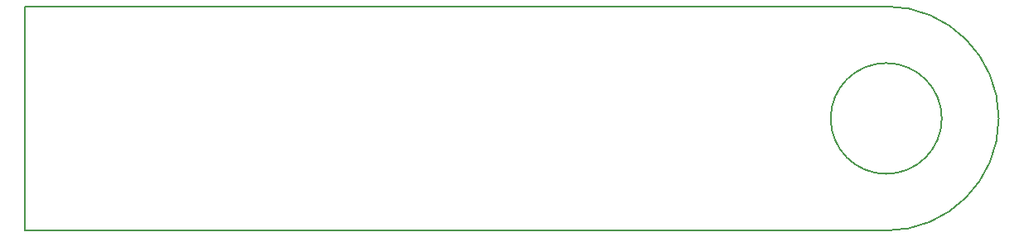
<source format=gbr>
G04 #@! TF.GenerationSoftware,KiCad,Pcbnew,7.0.1*
G04 #@! TF.CreationDate,2023-05-15T13:56:14-06:00*
G04 #@! TF.ProjectId,H-field_RF_probe,482d6669-656c-4645-9f52-465f70726f62,rev?*
G04 #@! TF.SameCoordinates,Original*
G04 #@! TF.FileFunction,Profile,NP*
%FSLAX46Y46*%
G04 Gerber Fmt 4.6, Leading zero omitted, Abs format (unit mm)*
G04 Created by KiCad (PCBNEW 7.0.1) date 2023-05-15 13:56:14*
%MOMM*%
%LPD*%
G01*
G04 APERTURE LIST*
G04 #@! TA.AperFunction,Profile*
%ADD10C,0.150000*%
G04 #@! TD*
G04 APERTURE END LIST*
D10*
X188000000Y-54000000D02*
X100000000Y-54000000D01*
X193679613Y-65500000D02*
G75*
G03*
X193679613Y-65500000I-5679613J0D01*
G01*
X188000000Y-77000000D02*
G75*
G03*
X188000000Y-54000000I0J11500000D01*
G01*
X188000000Y-77000000D02*
X100000000Y-77000000D01*
X100000000Y-77000000D02*
X100000000Y-54000000D01*
M02*

</source>
